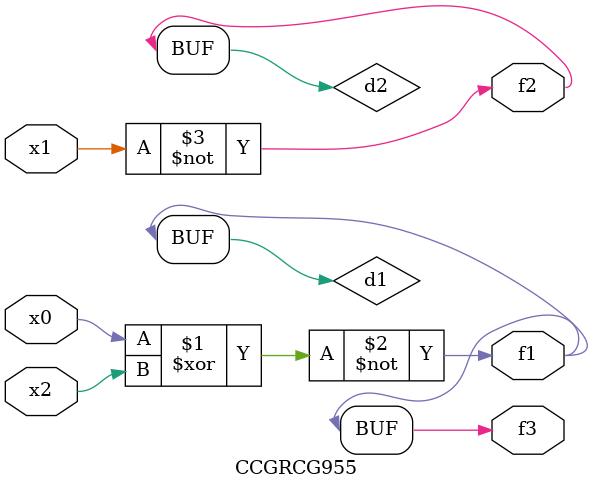
<source format=v>
module CCGRCG955(
	input x0, x1, x2,
	output f1, f2, f3
);

	wire d1, d2, d3;

	xnor (d1, x0, x2);
	nand (d2, x1);
	nor (d3, x1, x2);
	assign f1 = d1;
	assign f2 = d2;
	assign f3 = d1;
endmodule

</source>
